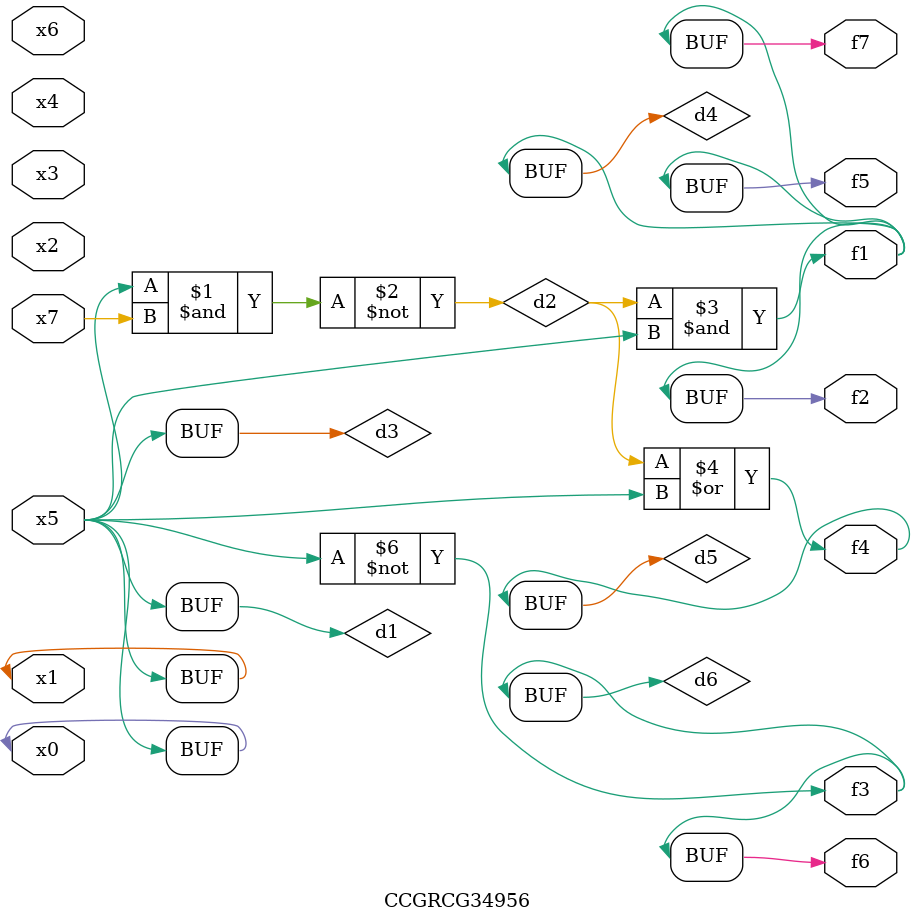
<source format=v>
module CCGRCG34956(
	input x0, x1, x2, x3, x4, x5, x6, x7,
	output f1, f2, f3, f4, f5, f6, f7
);

	wire d1, d2, d3, d4, d5, d6;

	buf (d1, x0, x5);
	nand (d2, x5, x7);
	buf (d3, x0, x1);
	and (d4, d2, d3);
	or (d5, d2, d3);
	nor (d6, d1, d3);
	assign f1 = d4;
	assign f2 = d4;
	assign f3 = d6;
	assign f4 = d5;
	assign f5 = d4;
	assign f6 = d6;
	assign f7 = d4;
endmodule

</source>
